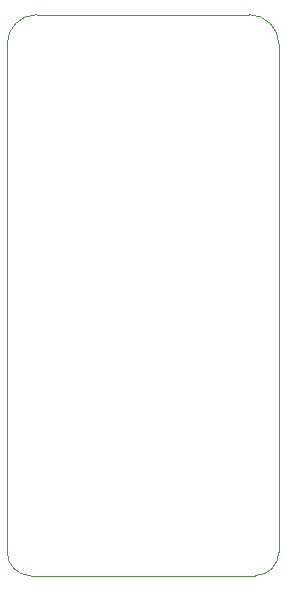
<source format=gbr>
G04 #@! TF.GenerationSoftware,KiCad,Pcbnew,9.0.2*
G04 #@! TF.CreationDate,2025-08-14T17:01:52+02:00*
G04 #@! TF.ProjectId,blue2joy,626c7565-326a-46f7-992e-6b696361645f,rev?*
G04 #@! TF.SameCoordinates,Original*
G04 #@! TF.FileFunction,Profile,NP*
%FSLAX46Y46*%
G04 Gerber Fmt 4.6, Leading zero omitted, Abs format (unit mm)*
G04 Created by KiCad (PCBNEW 9.0.2) date 2025-08-14 17:01:52*
%MOMM*%
%LPD*%
G01*
G04 APERTURE LIST*
G04 #@! TA.AperFunction,Profile*
%ADD10C,0.050000*%
G04 #@! TD*
G04 APERTURE END LIST*
D10*
X-11500000Y0D02*
X-11500000Y-43000000D01*
X-9000000Y2500000D02*
X9000000Y2500000D01*
X-11500000Y0D02*
G75*
G02*
X-9000000Y2500000I2500000J0D01*
G01*
X-9500000Y-45000000D02*
X9500000Y-45000000D01*
X11500000Y-43000000D02*
G75*
G02*
X9500000Y-45000000I-2000000J0D01*
G01*
X11500000Y-43000000D02*
X11500000Y0D01*
X-9500000Y-45000000D02*
G75*
G02*
X-11500000Y-43000000I-1J1999999D01*
G01*
X9000000Y2500000D02*
G75*
G02*
X11500000Y0I0J-2500000D01*
G01*
M02*

</source>
